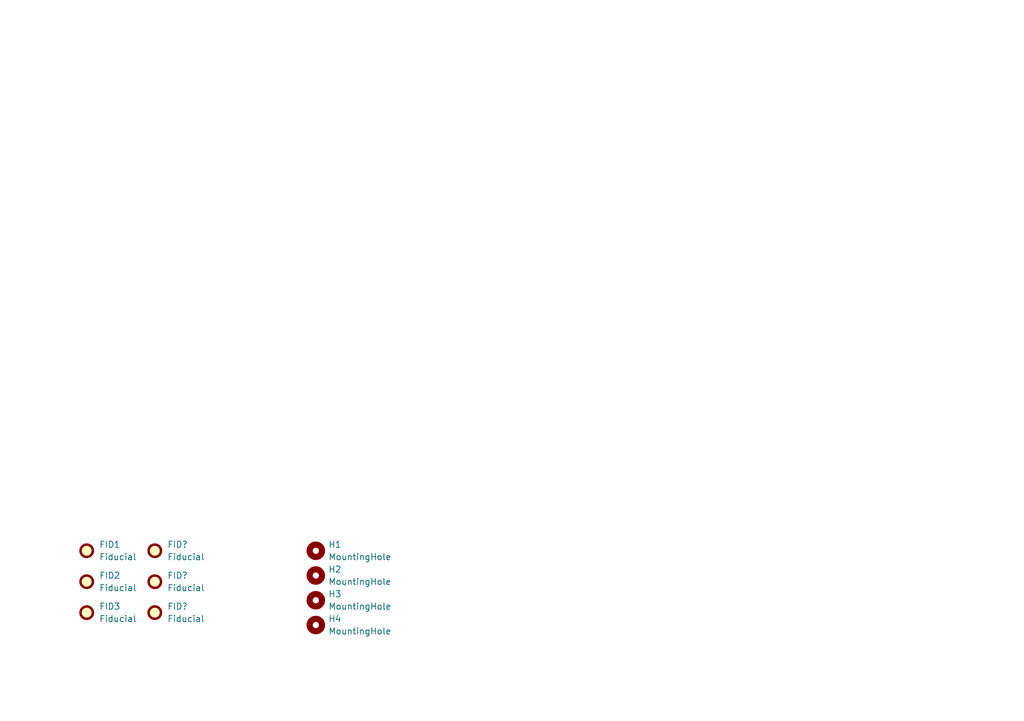
<source format=kicad_sch>
(kicad_sch (version 20211123) (generator eeschema)
  (paper "A5")
  (lib_symbols
    (symbol "Mechanical:Fiducial"
      (property "Reference" "FID" (at 0 5.08 0))
      (property "Value" "Fiducial" (at 0 3.175 0))
      (symbol "Fiducial_0_1"
        (circle (center 0 0) (radius 1.27) (stroke (width 0.508)) (fill (type background)))
      )
    )
    (symbol "Mechanical:MountingHole" (pin_names (offset 1.016))
      (property "Reference" "H" (at 0 5.08 0))
      (property "Value" "MountingHole" (at 0 3.175 0))
      (symbol "MountingHole_0_1"
        (circle (center 0 0) (radius 1.27) (stroke (width 1.27)))
      )
    )
  )
  (symbol (lib_id "Mechanical:Fiducial") (at 17.78 119.38 0) (unit 1)
    (property "Reference" "FID2" (at 20.32 118.1099 0) (effects (justify left)))
    (property "Value" "Fiducial" (at 20.32 120.6499 0) (effects (justify left)))
    (property "Footprint" "Fiducial:Fiducial_1mm_Mask3mm" (effects hide))
  )
  (symbol (lib_id "Mechanical:MountingHole") (at 64.77 113.03 0) (unit 1)
    (property "Reference" "H1" (at 67.31 111.7599 0) (effects (justify left)))
    (property "Value" "MountingHole" (at 67.31 114.2999 0) (effects (justify left)))
    (property "Footprint" "footprint-lib:MountingHole_3.1mm_M3,rpi_like" (effects hide))
  )
  (symbol (lib_id "Mechanical:Fiducial") (at 31.75 113.03 0) (unit 1)
    (property "Reference" "FID?" (at 34.29 111.7599 0) (effects (justify left)))
    (property "Value" "Fiducial" (at 34.29 114.2999 0) (effects (justify left)))
    (property "Footprint" "Fiducial:Fiducial_1mm_Mask3mm" (effects hide))
  )
  (symbol (lib_id "Mechanical:MountingHole") (at 64.77 123.19 0) (unit 1)
    (property "Reference" "H3" (at 67.31 121.9199 0) (effects (justify left)))
    (property "Value" "MountingHole" (at 67.31 124.4599 0) (effects (justify left)))
    (property "Footprint" "footprint-lib:MountingHole_3.1mm_M3,rpi_like" (effects hide))
  )
  (symbol (lib_id "Mechanical:Fiducial") (at 31.75 119.38 0) (unit 1)
    (property "Reference" "FID?" (at 34.29 118.1099 0) (effects (justify left)))
    (property "Value" "Fiducial" (at 34.29 120.6499 0) (effects (justify left)))
    (property "Footprint" "Fiducial:Fiducial_1mm_Mask3mm" (effects hide))
  )
  (symbol (lib_id "Mechanical:Fiducial") (at 31.75 125.73 0) (unit 1)
    (property "Reference" "FID?" (at 34.29 124.4599 0) (effects (justify left)))
    (property "Value" "Fiducial" (at 34.29 126.9999 0) (effects (justify left)))
    (property "Footprint" "Fiducial:Fiducial_1mm_Mask3mm" (effects hide))
  )
  (symbol (lib_id "Mechanical:MountingHole") (at 64.77 118.11 0) (unit 1)
    (property "Reference" "H2" (at 67.31 116.8399 0) (effects (justify left)))
    (property "Value" "MountingHole" (at 67.31 119.3799 0) (effects (justify left)))
    (property "Footprint" "footprint-lib:MountingHole_3.1mm_M3,rpi_like" (effects hide))
  )
  (symbol (lib_id "Mechanical:Fiducial") (at 17.78 125.73 0) (unit 1)
    (property "Reference" "FID3" (at 20.32 124.4599 0) (effects (justify left)))
    (property "Value" "Fiducial" (at 20.32 126.9999 0) (effects (justify left)))
    (property "Footprint" "Fiducial:Fiducial_1mm_Mask3mm" (effects hide))
  )
  (symbol (lib_id "Mechanical:MountingHole") (at 64.77 128.27 0) (unit 1)
    (property "Reference" "H4" (at 67.31 126.9999 0) (effects (justify left)))
    (property "Value" "MountingHole" (at 67.31 129.5399 0) (effects (justify left)))
    (property "Footprint" "footprint-lib:MountingHole_3.1mm_M3,rpi_like" (effects hide))
  )
  (symbol (lib_id "Mechanical:Fiducial") (at 17.78 113.03 0) (unit 1)
    (property "Reference" "FID1" (at 20.32 111.7599 0) (effects (justify left)))
    (property "Value" "Fiducial" (at 20.32 114.2999 0) (effects (justify left)))
    (property "Footprint" "Fiducial:Fiducial_1mm_Mask3mm" (effects hide))
  )
)
</source>
